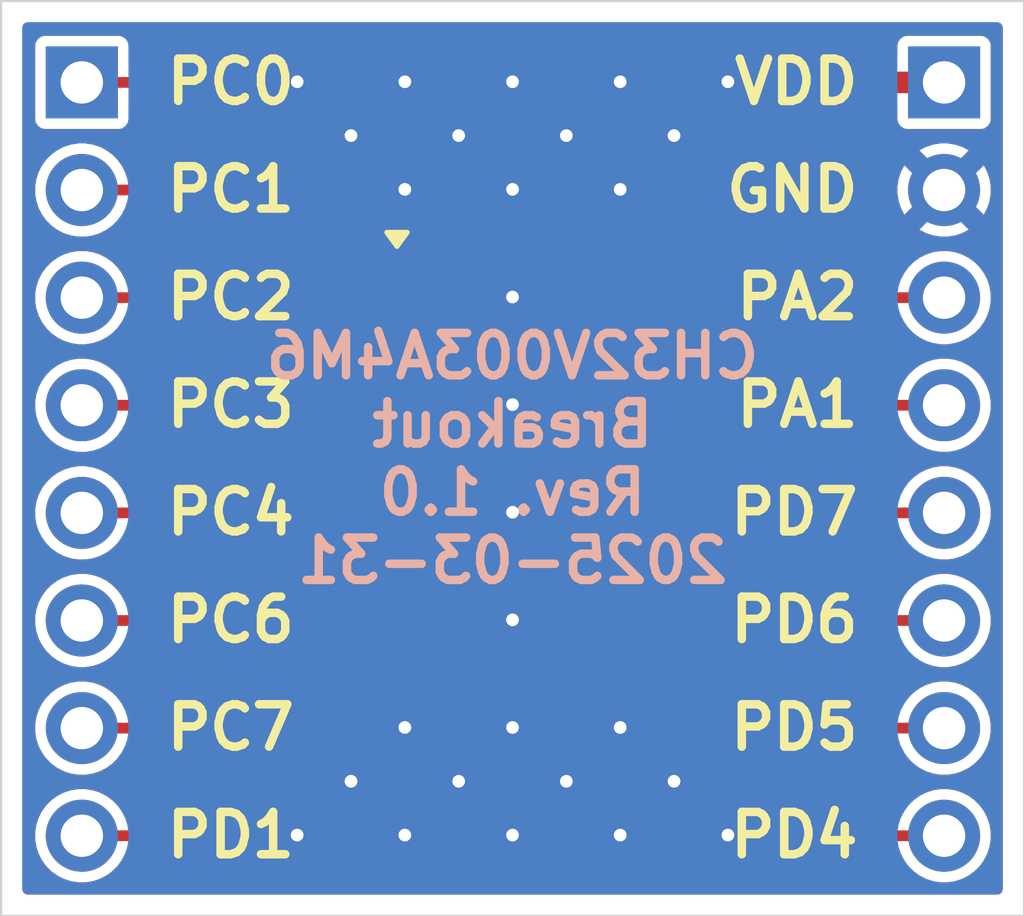
<source format=kicad_pcb>
(kicad_pcb (version 20241229) (generator "pcbnew") (generator_version "9.0")
  (title_block (title "CH32V003A4M6 Breakout") (date "2025-03-31") (rev "1.0"))
  (layers (0 "F.Cu" signal) (2 "B.Cu" signal) (13 "F.Paste" user) (15 "B.Paste" user) (5 "F.SilkS" user "F.Silkscreen") (7 "B.SilkS" user "B.Silkscreen") (1 "F.Mask" user) (3 "B.Mask" user) (25 "Edge.Cuts" user))
  (net 0 "")
  (net 1 "VDD")
  (net 2 "GND")
  (net 3 "/PC2")
  (net 4 "/PC3")
  (net 5 "/PC4")
  (net 6 "/PD1")
  (net 7 "/PC7")
  (net 8 "/PC1")
  (net 9 "/PC6")
  (net 10 "/PA1")
  (net 11 "/PD6")
  (net 12 "/PD7")
  (net 13 "/PD5")
  (net 14 "/PC0")
  (net 15 "/PD4")
  (net 16 "/PA2")
  (footprint "Capacitor_SMD:C_0603_1608Metric" (layer "F.Cu") (at 156.98 99.06 90)
    (property "Reference" "C1" (hide yes))
    (property "Value" "1uF" (hide yes))
    (pad "1" smd roundrect (at -0.775 0 90) (size 0.9 0.95) (layers "F.Cu" "F.Mask" "F.Paste") (net 2 "GND"))
    (pad "2" smd roundrect (at 0.775 0 90) (size 0.9 0.95) (layers "F.Cu" "F.Mask" "F.Paste") (net 1 "VDD"))
  )
  (footprint "Package_SO:SOP-16_3.9x9.9mm_P1.27mm" (layer "F.Cu") (at 152.4 101.6)
    (property "Reference" "U1" (hide yes))
    (property "Value" "CH32V003A4M6" (hide yes))
    (fp_poly (pts (xy -2.725 -5.005) (xy -2.965 -5.335) (xy -2.485 -5.335)) (stroke (width 0.12)) (fill yes) (layer "F.SilkS"))
    (pad "1" smd roundrect (at -2.5 -4.445) (size 2 0.6) (layers "F.Cu" "F.Mask" "F.Paste") (net 8 "/PC1"))
    (pad "2" smd roundrect (at -2.5 -3.175) (size 2 0.6) (layers "F.Cu" "F.Mask" "F.Paste") (net 3 "/PC2"))
    (pad "3" smd roundrect (at -2.5 -1.905) (size 2 0.6) (layers "F.Cu" "F.Mask" "F.Paste") (net 4 "/PC3"))
    (pad "4" smd roundrect (at -2.5 -0.635) (size 2 0.6) (layers "F.Cu" "F.Mask" "F.Paste") (net 5 "/PC4"))
    (pad "5" smd roundrect (at -2.5 0.635) (size 2 0.6) (layers "F.Cu" "F.Mask" "F.Paste") (net 9 "/PC6"))
    (pad "6" smd roundrect (at -2.5 1.905) (size 2 0.6) (layers "F.Cu" "F.Mask" "F.Paste") (net 7 "/PC7"))
    (pad "7" smd roundrect (at -2.5 3.175) (size 2 0.6) (layers "F.Cu" "F.Mask" "F.Paste") (net 6 "/PD1"))
    (pad "8" smd roundrect (at -2.5 4.445) (size 2 0.6) (layers "F.Cu" "F.Mask" "F.Paste") (net 15 "/PD4"))
    (pad "9" smd roundrect (at 2.5 4.445) (size 2 0.6) (layers "F.Cu" "F.Mask" "F.Paste") (net 13 "/PD5"))
    (pad "10" smd roundrect (at 2.5 3.175) (size 2 0.6) (layers "F.Cu" "F.Mask" "F.Paste") (net 11 "/PD6"))
    (pad "11" smd roundrect (at 2.5 1.905) (size 2 0.6) (layers "F.Cu" "F.Mask" "F.Paste") (net 12 "/PD7"))
    (pad "12" smd roundrect (at 2.5 0.635) (size 2 0.6) (layers "F.Cu" "F.Mask" "F.Paste") (net 10 "/PA1"))
    (pad "13" smd roundrect (at 2.5 -0.635) (size 2 0.6) (layers "F.Cu" "F.Mask" "F.Paste") (net 16 "/PA2"))
    (pad "14" smd roundrect (at 2.5 -1.905) (size 2 0.6) (layers "F.Cu" "F.Mask" "F.Paste") (net 2 "GND"))
    (pad "15" smd roundrect (at 2.5 -3.175) (size 2 0.6) (layers "F.Cu" "F.Mask" "F.Paste") (net 1 "VDD"))
    (pad "16" smd roundrect (at 2.5 -4.445) (size 2 0.6) (layers "F.Cu" "F.Mask" "F.Paste") (net 14 "/PC0"))
  )
  (footprint "Connector_PinHeader_2.54mm:PinHeader_1x08_P2.54mm_Vertical" (layer "B.Cu") (at 142.24 92.725 180)
    (property "Reference" "J1" (hide yes))
    (property "Value" "Conn_01x08" (hide yes))
    (pad "1" thru_hole rect (at 0 0 180) (size 1.7 1.7) (drill 1) (layers "*.Cu" "*.Mask") (net 14 "/PC0"))
    (pad "2" thru_hole circle (at 0 -2.54 180) (size 1.7 1.7) (drill 1) (layers "*.Cu" "*.Mask") (net 8 "/PC1"))
    (pad "3" thru_hole circle (at 0 -5.08 180) (size 1.7 1.7) (drill 1) (layers "*.Cu" "*.Mask") (net 3 "/PC2"))
    (pad "4" thru_hole circle (at 0 -7.62 180) (size 1.7 1.7) (drill 1) (layers "*.Cu" "*.Mask") (net 4 "/PC3"))
    (pad "5" thru_hole circle (at 0 -10.16 180) (size 1.7 1.7) (drill 1) (layers "*.Cu" "*.Mask") (net 5 "/PC4"))
    (pad "6" thru_hole circle (at 0 -12.7 180) (size 1.7 1.7) (drill 1) (layers "*.Cu" "*.Mask") (net 9 "/PC6"))
    (pad "7" thru_hole circle (at 0 -15.24 180) (size 1.7 1.7) (drill 1) (layers "*.Cu" "*.Mask") (net 7 "/PC7"))
    (pad "8" thru_hole circle (at 0 -17.78 180) (size 1.7 1.7) (drill 1) (layers "*.Cu" "*.Mask") (net 6 "/PD1"))
  )
  (footprint "Connector_PinHeader_2.54mm:PinHeader_1x08_P2.54mm_Vertical" (layer "B.Cu") (at 162.58 92.725 180)
    (property "Reference" "J2" (hide yes))
    (property "Value" "Conn_01x08" (hide yes))
    (pad "1" thru_hole rect (at 0 0 180) (size 1.7 1.7) (drill 1) (layers "*.Cu" "*.Mask") (net 1 "VDD"))
    (pad "2" thru_hole circle (at 0 -2.54 180) (size 1.7 1.7) (drill 1) (layers "*.Cu" "*.Mask") (net 2 "GND"))
    (pad "3" thru_hole circle (at 0 -5.08 180) (size 1.7 1.7) (drill 1) (layers "*.Cu" "*.Mask") (net 16 "/PA2"))
    (pad "4" thru_hole circle (at 0 -7.62 180) (size 1.7 1.7) (drill 1) (layers "*.Cu" "*.Mask") (net 10 "/PA1"))
    (pad "5" thru_hole circle (at 0 -10.16 180) (size 1.7 1.7) (drill 1) (layers "*.Cu" "*.Mask") (net 12 "/PD7"))
    (pad "6" thru_hole circle (at 0 -12.7 180) (size 1.7 1.7) (drill 1) (layers "*.Cu" "*.Mask") (net 11 "/PD6"))
    (pad "7" thru_hole circle (at 0 -15.24 180) (size 1.7 1.7) (drill 1) (layers "*.Cu" "*.Mask") (net 13 "/PD5"))
    (pad "8" thru_hole circle (at 0 -17.78 180) (size 1.7 1.7) (drill 1) (layers "*.Cu" "*.Mask") (net 15 "/PD4"))
  )
  (gr_line (start 140.335 90.805) (end 140.335 112.395) (stroke (width 0.05)) (layer "Edge.Cuts"))
  (gr_line (start 164.465 112.395) (end 164.465 90.805) (stroke (width 0.05)) (layer "Edge.Cuts"))
  (gr_line (start 164.465 90.805) (end 140.335 90.805) (stroke (width 0.05)) (layer "Edge.Cuts"))
  (gr_line (start 140.335 112.395) (end 164.465 112.395) (stroke (width 0.05)) (layer "Edge.Cuts"))
  (gr_text "GND" (at 160.655 95.25 0) (layer "F.SilkS") (effects (font (size 1 1) (thickness 0.2) (bold yes)) (justify right)))
  (gr_text "PD4" (at 160.655 110.49 0) (layer "F.SilkS") (effects (font (size 1 1) (thickness 0.2) (bold yes)) (justify right)))
  (gr_text "VDD" (at 160.655 92.71 0) (layer "F.SilkS") (effects (font (size 1 1) (thickness 0.2) (bold yes)) (justify right)))
  (gr_text "PC4" (at 144.145 102.87 0) (layer "F.SilkS") (effects (font (size 1 1) (thickness 0.2) (bold yes)) (justify left)))
  (gr_text "PC1" (at 144.145 95.25 0) (layer "F.SilkS") (effects (font (size 1 1) (thickness 0.2) (bold yes)) (justify left)))
  (gr_text "PA2" (at 160.655 97.79 0) (layer "F.SilkS") (effects (font (size 1 1) (thickness 0.2) (bold yes)) (justify right)))
  (gr_text "PD1" (at 144.145 110.49 0) (layer "F.SilkS") (effects (font (size 1 1) (thickness 0.2) (bold yes)) (justify left)))
  (gr_text "PC6" (at 144.145 105.41 0) (layer "F.SilkS") (effects (font (size 1 1) (thickness 0.2) (bold yes)) (justify left)))
  (gr_text "PA1" (at 160.655 100.33 0) (layer "F.SilkS") (effects (font (size 1 1) (thickness 0.2) (bold yes)) (justify right)))
  (gr_text "PC0" (at 144.145 92.71 0) (layer "F.SilkS") (effects (font (size 1 1) (thickness 0.2) (bold yes)) (justify left)))
  (gr_text "PC7" (at 144.145 107.95 0) (layer "F.SilkS") (effects (font (size 1 1) (thickness 0.2) (bold yes)) (justify left)))
  (gr_text "PD6" (at 160.655 105.41 0) (layer "F.SilkS") (effects (font (size 1 1) (thickness 0.2) (bold yes)) (justify right)))
  (gr_text "PD5" (at 160.655 107.95 0) (layer "F.SilkS") (effects (font (size 1 1) (thickness 0.2) (bold yes)) (justify right)))
  (gr_text "PC2" (at 144.145 97.79 0) (layer "F.SilkS") (effects (font (size 1 1) (thickness 0.2) (bold yes)) (justify left)))
  (gr_text "PD7" (at 160.655 102.87 0) (layer "F.SilkS") (effects (font (size 1 1) (thickness 0.2) (bold yes)) (justify right)))
  (gr_text "PC3" (at 144.145 100.33 0) (layer "F.SilkS") (effects (font (size 1 1) (thickness 0.2) (bold yes)) (justify left)))
  (gr_text "CH32V003A4M6\nBreakout\nRev. ${REVISION}\n${ISSUE_DATE}" (at 152.4 101.6 0) (layer "B.SilkS") (effects (font (size 1 1) (thickness 0.2) (bold yes)) (justify mirror)))
  (segment (start 156.98 98.285) (end 156.98 96.385) (width 0.508) (layer "F.Cu") (net 1))
  (segment (start 156.98 96.385) (end 160.64 92.725) (width 0.508) (layer "F.Cu") (net 1))
  (segment (start 156.84 98.425) (end 156.98 98.285) (width 0.508) (layer "F.Cu") (net 1))
  (segment (start 154.9 98.425) (end 156.84 98.425) (width 0.508) (layer "F.Cu") (net 1))
  (segment (start 160.64 92.725) (end 162.58 92.725) (width 0.508) (layer "F.Cu") (net 1))
  (segment (start 154.9 99.695) (end 156.84 99.695) (width 0.508) (layer "F.Cu") (net 2))
  (segment (start 156.84 99.695) (end 156.98 99.835) (width 0.508) (layer "F.Cu") (net 2))
  (via (at 154.94 92.71) (size 0.6) (drill 0.3) (layers "F.Cu" "B.Cu") (net 2))
  (via (at 152.4 105.41) (size 0.6) (drill 0.3) (layers "F.Cu" "B.Cu") (net 2))
  (via (at 147.32 110.49) (size 0.6) (drill 0.3) (layers "F.Cu" "B.Cu") (net 2))
  (via (at 148.59 109.22) (size 0.6) (drill 0.3) (layers "F.Cu" "B.Cu") (net 2))
  (via (at 152.4 95.25) (size 0.6) (drill 0.3) (layers "F.Cu" "B.Cu") (net 2))
  (via (at 152.4 100.33) (size 0.6) (drill 0.3) (layers "F.Cu" "B.Cu") (net 2))
  (via (at 152.4 97.79) (size 0.6) (drill 0.3) (layers "F.Cu" "B.Cu") (net 2))
  (via (at 156.21 109.22) (size 0.6) (drill 0.3) (layers "F.Cu" "B.Cu") (net 2))
  (via (at 149.86 110.49) (size 0.6) (drill 0.3) (layers "F.Cu" "B.Cu") (net 2))
  (via (at 151.13 93.98) (size 0.6) (drill 0.3) (layers "F.Cu" "B.Cu") (net 2))
  (via (at 154.94 95.25) (size 0.6) (drill 0.3) (layers "F.Cu" "B.Cu") (net 2))
  (via (at 157.48 110.49) (size 0.6) (drill 0.3) (layers "F.Cu" "B.Cu") (net 2))
  (via (at 148.59 93.98) (size 0.6) (drill 0.3) (layers "F.Cu" "B.Cu") (net 2))
  (via (at 152.4 110.49) (size 0.6) (drill 0.3) (layers "F.Cu" "B.Cu") (net 2))
  (via (at 154.94 107.95) (size 0.6) (drill 0.3) (layers "F.Cu" "B.Cu") (net 2))
  (via (at 152.4 102.87) (size 0.6) (drill 0.3) (layers "F.Cu" "B.Cu") (net 2))
  (via (at 149.86 107.95) (size 0.6) (drill 0.3) (layers "F.Cu" "B.Cu") (net 2))
  (via (at 151.13 109.22) (size 0.6) (drill 0.3) (layers "F.Cu" "B.Cu") (net 2))
  (via (at 152.4 107.95) (size 0.6) (drill 0.3) (layers "F.Cu" "B.Cu") (net 2))
  (via (at 157.48 92.71) (size 0.6) (drill 0.3) (layers "F.Cu" "B.Cu") (net 2))
  (via (at 149.86 92.71) (size 0.6) (drill 0.3) (layers "F.Cu" "B.Cu") (net 2))
  (via (at 154.94 110.49) (size 0.6) (drill 0.3) (layers "F.Cu" "B.Cu") (net 2))
  (via (at 156.21 93.98) (size 0.6) (drill 0.3) (layers "F.Cu" "B.Cu") (net 2))
  (via (at 152.4 92.71) (size 0.6) (drill 0.3) (layers "F.Cu" "B.Cu") (net 2))
  (via (at 149.86 95.25) (size 0.6) (drill 0.3) (layers "F.Cu" "B.Cu") (net 2))
  (via (at 147.32 92.71) (size 0.6) (drill 0.3) (layers "F.Cu" "B.Cu") (net 2))
  (via (at 153.67 109.22) (size 0.6) (drill 0.3) (layers "F.Cu" "B.Cu") (net 2))
  (via (at 153.67 93.98) (size 0.6) (drill 0.3) (layers "F.Cu" "B.Cu") (net 2))
  (segment (start 144.653 98.425) (end 144.033 97.805) (width 0.254) (layer "F.Cu") (net 3))
  (segment (start 149.9 98.425) (end 144.653 98.425) (width 0.254) (layer "F.Cu") (net 3))
  (segment (start 144.033 97.805) (end 142.24 97.805) (width 0.254) (layer "F.Cu") (net 3))
  (segment (start 144.78 99.695) (end 144.13 100.345) (width 0.254) (layer "F.Cu") (net 4))
  (segment (start 144.13 100.345) (end 142.24 100.345) (width 0.254) (layer "F.Cu") (net 4))
  (segment (start 149.9 99.695) (end 144.78 99.695) (width 0.254) (layer "F.Cu") (net 4))
  (segment (start 144.13 102.885) (end 142.24 102.885) (width 0.254) (layer "F.Cu") (net 5))
  (segment (start 146.05 100.965) (end 144.13 102.885) (width 0.254) (layer "F.Cu") (net 5))
  (segment (start 149.9 100.965) (end 146.05 100.965) (width 0.254) (layer "F.Cu") (net 5))
  (segment (start 148.209 105.537) (end 148.209 106.426) (width 0.254) (layer "F.Cu") (net 6))
  (segment (start 144.13 110.505) (end 142.24 110.505) (width 0.254) (layer "F.Cu") (net 6))
  (segment (start 149.9 104.775) (end 148.971 104.775) (width 0.254) (layer "F.Cu") (net 6))
  (segment (start 148.971 104.775) (end 148.209 105.537) (width 0.254) (layer "F.Cu") (net 6))
  (segment (start 148.209 106.426) (end 144.13 110.505) (width 0.254) (layer "F.Cu") (net 6))
  (segment (start 144.003 107.965) (end 142.24 107.965) (width 0.254) (layer "F.Cu") (net 7))
  (segment (start 148.463 103.505) (end 144.003 107.965) (width 0.254) (layer "F.Cu") (net 7))
  (segment (start 149.9 103.505) (end 148.463 103.505) (width 0.254) (layer "F.Cu") (net 7))
  (segment (start 144.0965 95.265) (end 142.24 95.265) (width 0.254) (layer "F.Cu") (net 8))
  (segment (start 149.9 97.155) (end 145.9865 97.155) (width 0.254) (layer "F.Cu") (net 8))
  (segment (start 145.9865 97.155) (end 144.0965 95.265) (width 0.254) (layer "F.Cu") (net 8))
  (segment (start 144.13 105.425) (end 142.24 105.425) (width 0.254) (layer "F.Cu") (net 9))
  (segment (start 147.32 102.235) (end 144.13 105.425) (width 0.254) (layer "F.Cu") (net 9))
  (segment (start 149.9 102.235) (end 147.32 102.235) (width 0.254) (layer "F.Cu") (net 9))
  (segment (start 162.58 100.345) (end 160.767 100.345) (width 0.254) (layer "F.Cu") (net 10))
  (segment (start 160.767 100.345) (end 158.877 102.235) (width 0.254) (layer "F.Cu") (net 10))
  (segment (start 158.877 102.235) (end 154.9 102.235) (width 0.254) (layer "F.Cu") (net 10))
  (segment (start 160.6725 105.425) (end 162.58 105.425) (width 0.254) (layer "F.Cu") (net 11))
  (segment (start 154.9 104.775) (end 160.0225 104.775) (width 0.254) (layer "F.Cu") (net 11))
  (segment (start 160.0225 104.775) (end 160.6725 105.425) (width 0.254) (layer "F.Cu") (net 11))
  (segment (start 160.767 102.885) (end 162.58 102.885) (width 0.254) (layer "F.Cu") (net 12))
  (segment (start 160.147 103.505) (end 160.767 102.885) (width 0.254) (layer "F.Cu") (net 12))
  (segment (start 154.9 103.505) (end 160.147 103.505) (width 0.254) (layer "F.Cu") (net 12))
  (segment (start 158.75 106.045) (end 160.67 107.965) (width 0.254) (layer "F.Cu") (net 13))
  (segment (start 160.67 107.965) (end 162.58 107.965) (width 0.254) (layer "F.Cu") (net 13))
  (segment (start 154.9 106.045) (end 158.75 106.045) (width 0.254) (layer "F.Cu") (net 13))
  (segment (start 142.24 92.725) (end 144.0965 92.725) (width 0.254) (layer "F.Cu") (net 14))
  (segment (start 152.654 96.139) (end 153.67 97.155) (width 0.254) (layer "F.Cu") (net 14))
  (segment (start 153.67 97.155) (end 154.9 97.155) (width 0.254) (layer "F.Cu") (net 14))
  (segment (start 144.0965 92.725) (end 147.5105 96.139) (width 0.254) (layer "F.Cu") (net 14))
  (segment (start 147.5105 96.139) (end 152.654 96.139) (width 0.254) (layer "F.Cu") (net 14))
  (segment (start 160.67 110.505) (end 157.226 107.061) (width 0.254) (layer "F.Cu") (net 15))
  (segment (start 151.257 106.045) (end 149.9 106.045) (width 0.254) (layer "F.Cu") (net 15))
  (segment (start 157.226 107.061) (end 152.273 107.061) (width 0.254) (layer "F.Cu") (net 15))
  (segment (start 162.58 110.505) (end 160.67 110.505) (width 0.254) (layer "F.Cu") (net 15))
  (segment (start 152.273 107.061) (end 151.257 106.045) (width 0.254) (layer "F.Cu") (net 15))
  (segment (start 157.607 100.965) (end 154.9 100.965) (width 0.254) (layer "F.Cu") (net 16))
  (segment (start 160.767 97.805) (end 157.607 100.965) (width 0.254) (layer "F.Cu") (net 16))
  (segment (start 162.58 97.805) (end 160.767 97.805) (width 0.254) (layer "F.Cu") (net 16))
  (zone (net 2) (net_name "GND") (layer "F.Cu") (name "F.GND") (connect_pads (clearance 0.25)) (min_thickness 0.25) (fill yes (thermal_gap 0.25) (thermal_bridge_width 0.5))
    (polygon (pts (xy 140.335 90.805) (xy 164.465 90.805) (xy 164.465 112.395) (xy 140.335 112.395)))
  )
  (zone (net 2) (net_name "GND") (layer "B.Cu") (name "B.GND") (connect_pads (clearance 0.25)) (min_thickness 0.25) (fill yes (thermal_gap 0.25) (thermal_bridge_width 0.5))
    (polygon (pts (xy 140.335 90.805) (xy 164.465 90.805) (xy 164.465 112.395) (xy 140.335 112.395)))
  )
)
</source>
